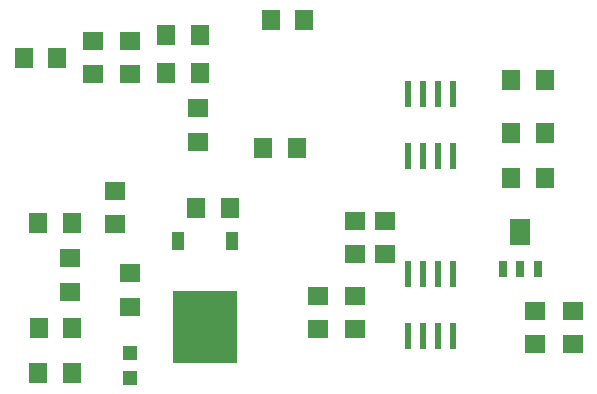
<source format=gbr>
G04 EAGLE Gerber RS-274X export*
G75*
%MOMM*%
%FSLAX34Y34*%
%LPD*%
%INSolderpaste Top*%
%IPPOS*%
%AMOC8*
5,1,8,0,0,1.08239X$1,22.5*%
G01*
%ADD10R,1.600000X1.800000*%
%ADD11R,1.800000X1.600000*%
%ADD12R,1.803000X1.600000*%
%ADD13R,0.609600X2.209800*%
%ADD14R,0.600000X2.200000*%
%ADD15R,0.800000X1.400000*%
%ADD16R,1.800000X2.200000*%
%ADD17R,1.200000X1.200000*%
%ADD18R,5.400000X6.200000*%
%ADD19R,1.000000X1.600000*%
%ADD20R,1.600000X1.803000*%


D10*
X64800Y152400D03*
X36800Y152400D03*
X24100Y381000D03*
X52100Y381000D03*
D11*
X101600Y268000D03*
X101600Y240000D03*
X488950Y166400D03*
X488950Y138400D03*
X457200Y166400D03*
X457200Y138400D03*
X82550Y395000D03*
X82550Y367000D03*
X273050Y179100D03*
X273050Y151100D03*
D12*
X171450Y338070D03*
X171450Y309630D03*
D13*
X349250Y297688D03*
X349250Y350012D03*
X361950Y297688D03*
X374650Y297688D03*
X361950Y350012D03*
X374650Y350012D03*
X387350Y297688D03*
X387350Y350012D03*
D14*
X361950Y145450D03*
X361950Y197450D03*
X349250Y145450D03*
X374650Y145450D03*
X387350Y145450D03*
X349250Y197450D03*
X374650Y197450D03*
X387350Y197450D03*
D15*
X444500Y202450D03*
X459500Y202450D03*
X429500Y202450D03*
D16*
X444500Y233250D03*
D17*
X114300Y110150D03*
X114300Y131150D03*
D18*
X177800Y152800D03*
D19*
X200600Y225800D03*
X155000Y225800D03*
D12*
X114300Y198370D03*
X114300Y169930D03*
X304800Y214380D03*
X304800Y242820D03*
X304800Y150880D03*
X304800Y179320D03*
D20*
X65020Y114300D03*
X36580Y114300D03*
X198370Y254000D03*
X169930Y254000D03*
X255520Y304800D03*
X227080Y304800D03*
D12*
X114300Y395220D03*
X114300Y366780D03*
D20*
X172970Y368300D03*
X144530Y368300D03*
X144530Y400050D03*
X172970Y400050D03*
X65020Y241300D03*
X36580Y241300D03*
D12*
X63500Y182630D03*
X63500Y211070D03*
D20*
X436630Y317500D03*
X465070Y317500D03*
X436630Y361950D03*
X465070Y361950D03*
X436630Y279400D03*
X465070Y279400D03*
D10*
X233650Y412750D03*
X261650Y412750D03*
D11*
X330200Y214600D03*
X330200Y242600D03*
M02*

</source>
